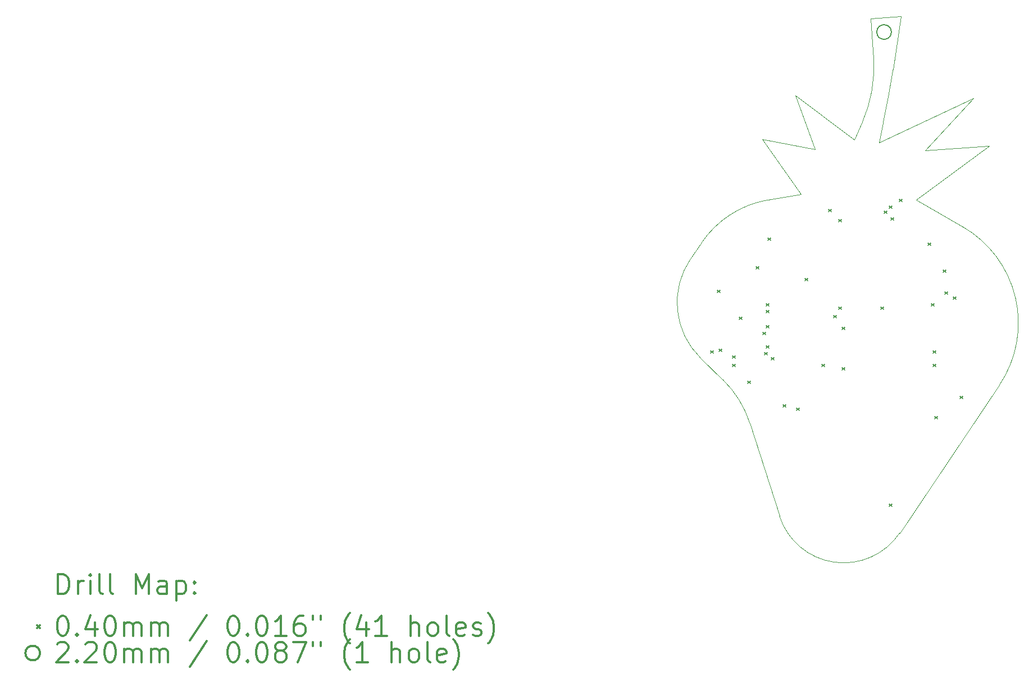
<source format=gbr>
%FSLAX45Y45*%
G04 Gerber Fmt 4.5, Leading zero omitted, Abs format (unit mm)*
G04 Created by KiCad (PCBNEW 4.0.4-snap1-stable) date Wed Feb 20 20:01:18 2019*
%MOMM*%
%LPD*%
G01*
G04 APERTURE LIST*
%ADD10C,0.127000*%
%ADD11C,0.100000*%
%ADD12C,0.200000*%
%ADD13C,0.300000*%
G04 APERTURE END LIST*
D10*
D11*
X13220169Y-11191151D02*
G75*
G02X13621947Y-11840556I-1098364J-1128535D01*
G01*
X12880698Y-10860756D02*
X13220169Y-11191151D01*
X12880698Y-10860756D02*
G75*
G02X12730475Y-9364922I814915J837300D01*
G01*
X12898029Y-9119357D02*
X12730475Y-9364922D01*
X12898029Y-9119357D02*
G75*
G02X13894131Y-8477140I1258876J-858957D01*
G01*
X14394522Y-8389548D02*
X13894131Y-8477140D01*
X13810770Y-7557990D02*
X14394522Y-8389548D01*
X14608952Y-7711444D02*
X13810770Y-7557990D01*
X14306832Y-6902415D02*
X14608952Y-7711444D01*
X15202210Y-7571240D02*
X14306832Y-6902415D01*
X15320894Y-7300729D02*
X15202210Y-7571240D01*
X15487373Y-6345691D02*
G75*
G02X15320894Y-7300729I-2027265J-138643D01*
G01*
X15445780Y-5737511D02*
X15487373Y-6345691D01*
X15905712Y-5707529D02*
X15445780Y-5737511D01*
X15781933Y-6510848D02*
X15905712Y-5707529D01*
X15781933Y-6510848D02*
G75*
G02X15632300Y-7313606I-12853115J1980467D01*
G01*
X15567775Y-7608119D02*
X15632300Y-7313606D01*
X16996278Y-6945265D02*
X15567775Y-7608119D01*
X16269158Y-7725880D02*
X16996278Y-6945265D01*
X17232212Y-7661542D02*
X16269158Y-7725880D01*
X16127583Y-8474612D02*
X17232212Y-7661542D01*
X16831809Y-8880457D02*
X16127583Y-8474612D01*
X16831809Y-8880457D02*
G75*
G02X17385029Y-11269649I-837054J-1452466D01*
G01*
X15880590Y-13502513D02*
X17385029Y-11269649D01*
X15880590Y-13502513D02*
G75*
G02X14070166Y-13243916I-842590J567713D01*
G01*
X13621947Y-11840556D02*
X14070166Y-13243916D01*
D12*
X13035600Y-10749600D02*
X13075600Y-10789600D01*
X13075600Y-10749600D02*
X13035600Y-10789600D01*
X13137200Y-9835200D02*
X13177200Y-9875200D01*
X13177200Y-9835200D02*
X13137200Y-9875200D01*
X13162600Y-10724200D02*
X13202600Y-10764200D01*
X13202600Y-10724200D02*
X13162600Y-10764200D01*
X13365800Y-10825800D02*
X13405800Y-10865800D01*
X13405800Y-10825800D02*
X13365800Y-10865800D01*
X13365800Y-10952800D02*
X13405800Y-10992800D01*
X13405800Y-10952800D02*
X13365800Y-10992800D01*
X13467400Y-10241600D02*
X13507400Y-10281600D01*
X13507400Y-10241600D02*
X13467400Y-10281600D01*
X13594400Y-11206800D02*
X13634400Y-11246800D01*
X13634400Y-11206800D02*
X13594400Y-11246800D01*
X13721400Y-9479600D02*
X13761400Y-9519600D01*
X13761400Y-9479600D02*
X13721400Y-9519600D01*
X13823000Y-10470200D02*
X13863000Y-10510200D01*
X13863000Y-10470200D02*
X13823000Y-10510200D01*
X13848400Y-10775000D02*
X13888400Y-10815000D01*
X13888400Y-10775000D02*
X13848400Y-10815000D01*
X13873800Y-10038400D02*
X13913800Y-10078400D01*
X13913800Y-10038400D02*
X13873800Y-10078400D01*
X13873800Y-10140000D02*
X13913800Y-10180000D01*
X13913800Y-10140000D02*
X13873800Y-10180000D01*
X13873800Y-10368600D02*
X13913800Y-10408600D01*
X13913800Y-10368600D02*
X13873800Y-10408600D01*
X13873800Y-10673400D02*
X13913800Y-10713400D01*
X13913800Y-10673400D02*
X13873800Y-10713400D01*
X13899200Y-9047800D02*
X13939200Y-9087800D01*
X13939200Y-9047800D02*
X13899200Y-9087800D01*
X13950000Y-10851200D02*
X13990000Y-10891200D01*
X13990000Y-10851200D02*
X13950000Y-10891200D01*
X14127800Y-11562400D02*
X14167800Y-11602400D01*
X14167800Y-11562400D02*
X14127800Y-11602400D01*
X14331000Y-11613200D02*
X14371000Y-11653200D01*
X14371000Y-11613200D02*
X14331000Y-11653200D01*
X14458000Y-9657400D02*
X14498000Y-9697400D01*
X14498000Y-9657400D02*
X14458000Y-9697400D01*
X14712000Y-10952800D02*
X14752000Y-10992800D01*
X14752000Y-10952800D02*
X14712000Y-10992800D01*
X14813600Y-8616000D02*
X14853600Y-8656000D01*
X14853600Y-8616000D02*
X14813600Y-8656000D01*
X14889800Y-10216200D02*
X14929800Y-10256200D01*
X14929800Y-10216200D02*
X14889800Y-10256200D01*
X14966000Y-8768400D02*
X15006000Y-8808400D01*
X15006000Y-8768400D02*
X14966000Y-8808400D01*
X14966000Y-10089200D02*
X15006000Y-10129200D01*
X15006000Y-10089200D02*
X14966000Y-10129200D01*
X15016800Y-10394000D02*
X15056800Y-10434000D01*
X15056800Y-10394000D02*
X15016800Y-10434000D01*
X15016800Y-11003600D02*
X15056800Y-11043600D01*
X15056800Y-11003600D02*
X15016800Y-11043600D01*
X15601000Y-10089200D02*
X15641000Y-10129200D01*
X15641000Y-10089200D02*
X15601000Y-10129200D01*
X15651800Y-8641400D02*
X15691800Y-8681400D01*
X15691800Y-8641400D02*
X15651800Y-8681400D01*
X15728000Y-8565200D02*
X15768000Y-8605200D01*
X15768000Y-8565200D02*
X15728000Y-8605200D01*
X15728000Y-13061000D02*
X15768000Y-13101000D01*
X15768000Y-13061000D02*
X15728000Y-13101000D01*
X15753400Y-8743000D02*
X15793400Y-8783000D01*
X15793400Y-8743000D02*
X15753400Y-8783000D01*
X15880400Y-8463600D02*
X15920400Y-8503600D01*
X15920400Y-8463600D02*
X15880400Y-8503600D01*
X16312200Y-9124000D02*
X16352200Y-9164000D01*
X16352200Y-9124000D02*
X16312200Y-9164000D01*
X16363000Y-10038400D02*
X16403000Y-10078400D01*
X16403000Y-10038400D02*
X16363000Y-10078400D01*
X16388400Y-10749600D02*
X16428400Y-10789600D01*
X16428400Y-10749600D02*
X16388400Y-10789600D01*
X16388400Y-10952800D02*
X16428400Y-10992800D01*
X16428400Y-10952800D02*
X16388400Y-10992800D01*
X16413800Y-11740200D02*
X16453800Y-11780200D01*
X16453800Y-11740200D02*
X16413800Y-11780200D01*
X16540800Y-9530400D02*
X16580800Y-9570400D01*
X16580800Y-9530400D02*
X16540800Y-9570400D01*
X16566200Y-9860600D02*
X16606200Y-9900600D01*
X16606200Y-9860600D02*
X16566200Y-9900600D01*
X16693200Y-9936800D02*
X16733200Y-9976800D01*
X16733200Y-9936800D02*
X16693200Y-9976800D01*
X16794800Y-11435400D02*
X16834800Y-11475400D01*
X16834800Y-11435400D02*
X16794800Y-11475400D01*
X15756400Y-5943600D02*
G75*
G03X15756400Y-5943600I-110000J0D01*
G01*
D13*
X3195246Y-14421514D02*
X3195246Y-14121514D01*
X3266674Y-14121514D01*
X3309532Y-14135800D01*
X3338103Y-14164371D01*
X3352389Y-14192943D01*
X3366674Y-14250086D01*
X3366674Y-14292943D01*
X3352389Y-14350086D01*
X3338103Y-14378657D01*
X3309532Y-14407229D01*
X3266674Y-14421514D01*
X3195246Y-14421514D01*
X3495246Y-14421514D02*
X3495246Y-14221514D01*
X3495246Y-14278657D02*
X3509532Y-14250086D01*
X3523817Y-14235800D01*
X3552389Y-14221514D01*
X3580960Y-14221514D01*
X3680960Y-14421514D02*
X3680960Y-14221514D01*
X3680960Y-14121514D02*
X3666675Y-14135800D01*
X3680960Y-14150086D01*
X3695246Y-14135800D01*
X3680960Y-14121514D01*
X3680960Y-14150086D01*
X3866674Y-14421514D02*
X3838103Y-14407229D01*
X3823817Y-14378657D01*
X3823817Y-14121514D01*
X4023817Y-14421514D02*
X3995246Y-14407229D01*
X3980960Y-14378657D01*
X3980960Y-14121514D01*
X4366675Y-14421514D02*
X4366675Y-14121514D01*
X4466675Y-14335800D01*
X4566675Y-14121514D01*
X4566675Y-14421514D01*
X4838103Y-14421514D02*
X4838103Y-14264371D01*
X4823817Y-14235800D01*
X4795246Y-14221514D01*
X4738103Y-14221514D01*
X4709532Y-14235800D01*
X4838103Y-14407229D02*
X4809532Y-14421514D01*
X4738103Y-14421514D01*
X4709532Y-14407229D01*
X4695246Y-14378657D01*
X4695246Y-14350086D01*
X4709532Y-14321514D01*
X4738103Y-14307229D01*
X4809532Y-14307229D01*
X4838103Y-14292943D01*
X4980960Y-14221514D02*
X4980960Y-14521514D01*
X4980960Y-14235800D02*
X5009532Y-14221514D01*
X5066675Y-14221514D01*
X5095246Y-14235800D01*
X5109532Y-14250086D01*
X5123817Y-14278657D01*
X5123817Y-14364371D01*
X5109532Y-14392943D01*
X5095246Y-14407229D01*
X5066675Y-14421514D01*
X5009532Y-14421514D01*
X4980960Y-14407229D01*
X5252389Y-14392943D02*
X5266675Y-14407229D01*
X5252389Y-14421514D01*
X5238103Y-14407229D01*
X5252389Y-14392943D01*
X5252389Y-14421514D01*
X5252389Y-14235800D02*
X5266675Y-14250086D01*
X5252389Y-14264371D01*
X5238103Y-14250086D01*
X5252389Y-14235800D01*
X5252389Y-14264371D01*
X2883817Y-14895800D02*
X2923817Y-14935800D01*
X2923817Y-14895800D02*
X2883817Y-14935800D01*
X3252389Y-14751514D02*
X3280960Y-14751514D01*
X3309532Y-14765800D01*
X3323817Y-14780086D01*
X3338103Y-14808657D01*
X3352389Y-14865800D01*
X3352389Y-14937229D01*
X3338103Y-14994371D01*
X3323817Y-15022943D01*
X3309532Y-15037229D01*
X3280960Y-15051514D01*
X3252389Y-15051514D01*
X3223817Y-15037229D01*
X3209532Y-15022943D01*
X3195246Y-14994371D01*
X3180960Y-14937229D01*
X3180960Y-14865800D01*
X3195246Y-14808657D01*
X3209532Y-14780086D01*
X3223817Y-14765800D01*
X3252389Y-14751514D01*
X3480960Y-15022943D02*
X3495246Y-15037229D01*
X3480960Y-15051514D01*
X3466675Y-15037229D01*
X3480960Y-15022943D01*
X3480960Y-15051514D01*
X3752389Y-14851514D02*
X3752389Y-15051514D01*
X3680960Y-14737229D02*
X3609532Y-14951514D01*
X3795246Y-14951514D01*
X3966674Y-14751514D02*
X3995246Y-14751514D01*
X4023817Y-14765800D01*
X4038103Y-14780086D01*
X4052389Y-14808657D01*
X4066674Y-14865800D01*
X4066674Y-14937229D01*
X4052389Y-14994371D01*
X4038103Y-15022943D01*
X4023817Y-15037229D01*
X3995246Y-15051514D01*
X3966674Y-15051514D01*
X3938103Y-15037229D01*
X3923817Y-15022943D01*
X3909532Y-14994371D01*
X3895246Y-14937229D01*
X3895246Y-14865800D01*
X3909532Y-14808657D01*
X3923817Y-14780086D01*
X3938103Y-14765800D01*
X3966674Y-14751514D01*
X4195246Y-15051514D02*
X4195246Y-14851514D01*
X4195246Y-14880086D02*
X4209532Y-14865800D01*
X4238103Y-14851514D01*
X4280960Y-14851514D01*
X4309532Y-14865800D01*
X4323817Y-14894371D01*
X4323817Y-15051514D01*
X4323817Y-14894371D02*
X4338103Y-14865800D01*
X4366675Y-14851514D01*
X4409532Y-14851514D01*
X4438103Y-14865800D01*
X4452389Y-14894371D01*
X4452389Y-15051514D01*
X4595246Y-15051514D02*
X4595246Y-14851514D01*
X4595246Y-14880086D02*
X4609532Y-14865800D01*
X4638103Y-14851514D01*
X4680960Y-14851514D01*
X4709532Y-14865800D01*
X4723817Y-14894371D01*
X4723817Y-15051514D01*
X4723817Y-14894371D02*
X4738103Y-14865800D01*
X4766675Y-14851514D01*
X4809532Y-14851514D01*
X4838103Y-14865800D01*
X4852389Y-14894371D01*
X4852389Y-15051514D01*
X5438103Y-14737229D02*
X5180960Y-15122943D01*
X5823817Y-14751514D02*
X5852389Y-14751514D01*
X5880960Y-14765800D01*
X5895246Y-14780086D01*
X5909532Y-14808657D01*
X5923817Y-14865800D01*
X5923817Y-14937229D01*
X5909532Y-14994371D01*
X5895246Y-15022943D01*
X5880960Y-15037229D01*
X5852389Y-15051514D01*
X5823817Y-15051514D01*
X5795246Y-15037229D01*
X5780960Y-15022943D01*
X5766674Y-14994371D01*
X5752389Y-14937229D01*
X5752389Y-14865800D01*
X5766674Y-14808657D01*
X5780960Y-14780086D01*
X5795246Y-14765800D01*
X5823817Y-14751514D01*
X6052389Y-15022943D02*
X6066674Y-15037229D01*
X6052389Y-15051514D01*
X6038103Y-15037229D01*
X6052389Y-15022943D01*
X6052389Y-15051514D01*
X6252389Y-14751514D02*
X6280960Y-14751514D01*
X6309532Y-14765800D01*
X6323817Y-14780086D01*
X6338103Y-14808657D01*
X6352389Y-14865800D01*
X6352389Y-14937229D01*
X6338103Y-14994371D01*
X6323817Y-15022943D01*
X6309532Y-15037229D01*
X6280960Y-15051514D01*
X6252389Y-15051514D01*
X6223817Y-15037229D01*
X6209532Y-15022943D01*
X6195246Y-14994371D01*
X6180960Y-14937229D01*
X6180960Y-14865800D01*
X6195246Y-14808657D01*
X6209532Y-14780086D01*
X6223817Y-14765800D01*
X6252389Y-14751514D01*
X6638103Y-15051514D02*
X6466674Y-15051514D01*
X6552389Y-15051514D02*
X6552389Y-14751514D01*
X6523817Y-14794371D01*
X6495246Y-14822943D01*
X6466674Y-14837229D01*
X6895246Y-14751514D02*
X6838103Y-14751514D01*
X6809532Y-14765800D01*
X6795246Y-14780086D01*
X6766674Y-14822943D01*
X6752389Y-14880086D01*
X6752389Y-14994371D01*
X6766674Y-15022943D01*
X6780960Y-15037229D01*
X6809532Y-15051514D01*
X6866674Y-15051514D01*
X6895246Y-15037229D01*
X6909532Y-15022943D01*
X6923817Y-14994371D01*
X6923817Y-14922943D01*
X6909532Y-14894371D01*
X6895246Y-14880086D01*
X6866674Y-14865800D01*
X6809532Y-14865800D01*
X6780960Y-14880086D01*
X6766674Y-14894371D01*
X6752389Y-14922943D01*
X7038103Y-14751514D02*
X7038103Y-14808657D01*
X7152389Y-14751514D02*
X7152389Y-14808657D01*
X7595246Y-15165800D02*
X7580960Y-15151514D01*
X7552389Y-15108657D01*
X7538103Y-15080086D01*
X7523817Y-15037229D01*
X7509532Y-14965800D01*
X7509532Y-14908657D01*
X7523817Y-14837229D01*
X7538103Y-14794371D01*
X7552389Y-14765800D01*
X7580960Y-14722943D01*
X7595246Y-14708657D01*
X7838103Y-14851514D02*
X7838103Y-15051514D01*
X7766674Y-14737229D02*
X7695246Y-14951514D01*
X7880960Y-14951514D01*
X8152389Y-15051514D02*
X7980960Y-15051514D01*
X8066674Y-15051514D02*
X8066674Y-14751514D01*
X8038103Y-14794371D01*
X8009532Y-14822943D01*
X7980960Y-14837229D01*
X8509532Y-15051514D02*
X8509532Y-14751514D01*
X8638103Y-15051514D02*
X8638103Y-14894371D01*
X8623817Y-14865800D01*
X8595246Y-14851514D01*
X8552389Y-14851514D01*
X8523817Y-14865800D01*
X8509532Y-14880086D01*
X8823817Y-15051514D02*
X8795246Y-15037229D01*
X8780960Y-15022943D01*
X8766675Y-14994371D01*
X8766675Y-14908657D01*
X8780960Y-14880086D01*
X8795246Y-14865800D01*
X8823817Y-14851514D01*
X8866675Y-14851514D01*
X8895246Y-14865800D01*
X8909532Y-14880086D01*
X8923817Y-14908657D01*
X8923817Y-14994371D01*
X8909532Y-15022943D01*
X8895246Y-15037229D01*
X8866675Y-15051514D01*
X8823817Y-15051514D01*
X9095246Y-15051514D02*
X9066675Y-15037229D01*
X9052389Y-15008657D01*
X9052389Y-14751514D01*
X9323817Y-15037229D02*
X9295246Y-15051514D01*
X9238103Y-15051514D01*
X9209532Y-15037229D01*
X9195246Y-15008657D01*
X9195246Y-14894371D01*
X9209532Y-14865800D01*
X9238103Y-14851514D01*
X9295246Y-14851514D01*
X9323817Y-14865800D01*
X9338103Y-14894371D01*
X9338103Y-14922943D01*
X9195246Y-14951514D01*
X9452389Y-15037229D02*
X9480960Y-15051514D01*
X9538103Y-15051514D01*
X9566675Y-15037229D01*
X9580960Y-15008657D01*
X9580960Y-14994371D01*
X9566675Y-14965800D01*
X9538103Y-14951514D01*
X9495246Y-14951514D01*
X9466675Y-14937229D01*
X9452389Y-14908657D01*
X9452389Y-14894371D01*
X9466675Y-14865800D01*
X9495246Y-14851514D01*
X9538103Y-14851514D01*
X9566675Y-14865800D01*
X9680960Y-15165800D02*
X9695246Y-15151514D01*
X9723817Y-15108657D01*
X9738103Y-15080086D01*
X9752389Y-15037229D01*
X9766675Y-14965800D01*
X9766675Y-14908657D01*
X9752389Y-14837229D01*
X9738103Y-14794371D01*
X9723817Y-14765800D01*
X9695246Y-14722943D01*
X9680960Y-14708657D01*
X2923817Y-15311800D02*
G75*
G03X2923817Y-15311800I-110000J0D01*
G01*
X3180960Y-15176086D02*
X3195246Y-15161800D01*
X3223817Y-15147514D01*
X3295246Y-15147514D01*
X3323817Y-15161800D01*
X3338103Y-15176086D01*
X3352389Y-15204657D01*
X3352389Y-15233229D01*
X3338103Y-15276086D01*
X3166674Y-15447514D01*
X3352389Y-15447514D01*
X3480960Y-15418943D02*
X3495246Y-15433229D01*
X3480960Y-15447514D01*
X3466675Y-15433229D01*
X3480960Y-15418943D01*
X3480960Y-15447514D01*
X3609532Y-15176086D02*
X3623817Y-15161800D01*
X3652389Y-15147514D01*
X3723817Y-15147514D01*
X3752389Y-15161800D01*
X3766674Y-15176086D01*
X3780960Y-15204657D01*
X3780960Y-15233229D01*
X3766674Y-15276086D01*
X3595246Y-15447514D01*
X3780960Y-15447514D01*
X3966674Y-15147514D02*
X3995246Y-15147514D01*
X4023817Y-15161800D01*
X4038103Y-15176086D01*
X4052389Y-15204657D01*
X4066674Y-15261800D01*
X4066674Y-15333229D01*
X4052389Y-15390371D01*
X4038103Y-15418943D01*
X4023817Y-15433229D01*
X3995246Y-15447514D01*
X3966674Y-15447514D01*
X3938103Y-15433229D01*
X3923817Y-15418943D01*
X3909532Y-15390371D01*
X3895246Y-15333229D01*
X3895246Y-15261800D01*
X3909532Y-15204657D01*
X3923817Y-15176086D01*
X3938103Y-15161800D01*
X3966674Y-15147514D01*
X4195246Y-15447514D02*
X4195246Y-15247514D01*
X4195246Y-15276086D02*
X4209532Y-15261800D01*
X4238103Y-15247514D01*
X4280960Y-15247514D01*
X4309532Y-15261800D01*
X4323817Y-15290371D01*
X4323817Y-15447514D01*
X4323817Y-15290371D02*
X4338103Y-15261800D01*
X4366675Y-15247514D01*
X4409532Y-15247514D01*
X4438103Y-15261800D01*
X4452389Y-15290371D01*
X4452389Y-15447514D01*
X4595246Y-15447514D02*
X4595246Y-15247514D01*
X4595246Y-15276086D02*
X4609532Y-15261800D01*
X4638103Y-15247514D01*
X4680960Y-15247514D01*
X4709532Y-15261800D01*
X4723817Y-15290371D01*
X4723817Y-15447514D01*
X4723817Y-15290371D02*
X4738103Y-15261800D01*
X4766675Y-15247514D01*
X4809532Y-15247514D01*
X4838103Y-15261800D01*
X4852389Y-15290371D01*
X4852389Y-15447514D01*
X5438103Y-15133229D02*
X5180960Y-15518943D01*
X5823817Y-15147514D02*
X5852389Y-15147514D01*
X5880960Y-15161800D01*
X5895246Y-15176086D01*
X5909532Y-15204657D01*
X5923817Y-15261800D01*
X5923817Y-15333229D01*
X5909532Y-15390371D01*
X5895246Y-15418943D01*
X5880960Y-15433229D01*
X5852389Y-15447514D01*
X5823817Y-15447514D01*
X5795246Y-15433229D01*
X5780960Y-15418943D01*
X5766674Y-15390371D01*
X5752389Y-15333229D01*
X5752389Y-15261800D01*
X5766674Y-15204657D01*
X5780960Y-15176086D01*
X5795246Y-15161800D01*
X5823817Y-15147514D01*
X6052389Y-15418943D02*
X6066674Y-15433229D01*
X6052389Y-15447514D01*
X6038103Y-15433229D01*
X6052389Y-15418943D01*
X6052389Y-15447514D01*
X6252389Y-15147514D02*
X6280960Y-15147514D01*
X6309532Y-15161800D01*
X6323817Y-15176086D01*
X6338103Y-15204657D01*
X6352389Y-15261800D01*
X6352389Y-15333229D01*
X6338103Y-15390371D01*
X6323817Y-15418943D01*
X6309532Y-15433229D01*
X6280960Y-15447514D01*
X6252389Y-15447514D01*
X6223817Y-15433229D01*
X6209532Y-15418943D01*
X6195246Y-15390371D01*
X6180960Y-15333229D01*
X6180960Y-15261800D01*
X6195246Y-15204657D01*
X6209532Y-15176086D01*
X6223817Y-15161800D01*
X6252389Y-15147514D01*
X6523817Y-15276086D02*
X6495246Y-15261800D01*
X6480960Y-15247514D01*
X6466674Y-15218943D01*
X6466674Y-15204657D01*
X6480960Y-15176086D01*
X6495246Y-15161800D01*
X6523817Y-15147514D01*
X6580960Y-15147514D01*
X6609532Y-15161800D01*
X6623817Y-15176086D01*
X6638103Y-15204657D01*
X6638103Y-15218943D01*
X6623817Y-15247514D01*
X6609532Y-15261800D01*
X6580960Y-15276086D01*
X6523817Y-15276086D01*
X6495246Y-15290371D01*
X6480960Y-15304657D01*
X6466674Y-15333229D01*
X6466674Y-15390371D01*
X6480960Y-15418943D01*
X6495246Y-15433229D01*
X6523817Y-15447514D01*
X6580960Y-15447514D01*
X6609532Y-15433229D01*
X6623817Y-15418943D01*
X6638103Y-15390371D01*
X6638103Y-15333229D01*
X6623817Y-15304657D01*
X6609532Y-15290371D01*
X6580960Y-15276086D01*
X6738103Y-15147514D02*
X6938103Y-15147514D01*
X6809532Y-15447514D01*
X7038103Y-15147514D02*
X7038103Y-15204657D01*
X7152389Y-15147514D02*
X7152389Y-15204657D01*
X7595246Y-15561800D02*
X7580960Y-15547514D01*
X7552389Y-15504657D01*
X7538103Y-15476086D01*
X7523817Y-15433229D01*
X7509532Y-15361800D01*
X7509532Y-15304657D01*
X7523817Y-15233229D01*
X7538103Y-15190371D01*
X7552389Y-15161800D01*
X7580960Y-15118943D01*
X7595246Y-15104657D01*
X7866674Y-15447514D02*
X7695246Y-15447514D01*
X7780960Y-15447514D02*
X7780960Y-15147514D01*
X7752389Y-15190371D01*
X7723817Y-15218943D01*
X7695246Y-15233229D01*
X8223817Y-15447514D02*
X8223817Y-15147514D01*
X8352389Y-15447514D02*
X8352389Y-15290371D01*
X8338103Y-15261800D01*
X8309532Y-15247514D01*
X8266674Y-15247514D01*
X8238103Y-15261800D01*
X8223817Y-15276086D01*
X8538103Y-15447514D02*
X8509532Y-15433229D01*
X8495246Y-15418943D01*
X8480960Y-15390371D01*
X8480960Y-15304657D01*
X8495246Y-15276086D01*
X8509532Y-15261800D01*
X8538103Y-15247514D01*
X8580960Y-15247514D01*
X8609532Y-15261800D01*
X8623817Y-15276086D01*
X8638103Y-15304657D01*
X8638103Y-15390371D01*
X8623817Y-15418943D01*
X8609532Y-15433229D01*
X8580960Y-15447514D01*
X8538103Y-15447514D01*
X8809532Y-15447514D02*
X8780960Y-15433229D01*
X8766675Y-15404657D01*
X8766675Y-15147514D01*
X9038103Y-15433229D02*
X9009532Y-15447514D01*
X8952389Y-15447514D01*
X8923817Y-15433229D01*
X8909532Y-15404657D01*
X8909532Y-15290371D01*
X8923817Y-15261800D01*
X8952389Y-15247514D01*
X9009532Y-15247514D01*
X9038103Y-15261800D01*
X9052389Y-15290371D01*
X9052389Y-15318943D01*
X8909532Y-15347514D01*
X9152389Y-15561800D02*
X9166675Y-15547514D01*
X9195246Y-15504657D01*
X9209532Y-15476086D01*
X9223817Y-15433229D01*
X9238103Y-15361800D01*
X9238103Y-15304657D01*
X9223817Y-15233229D01*
X9209532Y-15190371D01*
X9195246Y-15161800D01*
X9166675Y-15118943D01*
X9152389Y-15104657D01*
M02*

</source>
